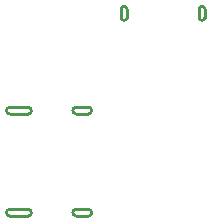
<source format=gbr>
G04 #@! TF.GenerationSoftware,KiCad,Pcbnew,(5.1.2)-1*
G04 #@! TF.CreationDate,2019-06-03T23:01:36-07:00*
G04 #@! TF.ProjectId,USB-PD-Breakout,5553422d-5044-42d4-9272-65616b6f7574,rev?*
G04 #@! TF.SameCoordinates,PX60e4b00PY60e4b00*
G04 #@! TF.FileFunction,Other,ECO1*
%FSLAX46Y46*%
G04 Gerber Fmt 4.6, Leading zero omitted, Abs format (unit mm)*
G04 Created by KiCad (PCBNEW (5.1.2)-1) date 2019-06-03 23:01:36*
%MOMM*%
%LPD*%
G04 APERTURE LIST*
%ADD10C,0.254000*%
G04 APERTURE END LIST*
D10*
X7630000Y18620000D02*
X6630000Y18620000D01*
X6630000Y18020000D02*
X7630000Y18020000D01*
X7630000Y18020000D02*
G75*
G03X7630000Y18620000I0J300000D01*
G01*
X6630000Y18620000D02*
G75*
G03X6630000Y18020000I0J-300000D01*
G01*
X7630000Y9380000D02*
X6630000Y9380000D01*
X6630000Y9980000D02*
X7630000Y9980000D01*
X7630000Y9380000D02*
G75*
G03X7630000Y9980000I0J300000D01*
G01*
X6630000Y9980000D02*
G75*
G03X6630000Y9380000I0J-300000D01*
G01*
X2520000Y18620000D02*
X1020000Y18620000D01*
X1020000Y18020000D02*
X2520000Y18020000D01*
X2520000Y18020000D02*
G75*
G03X2520000Y18620000I0J300000D01*
G01*
X1020000Y18620000D02*
G75*
G03X1020000Y18020000I0J-300000D01*
G01*
X2520000Y9380000D02*
X1020000Y9380000D01*
X1020000Y9980000D02*
X2520000Y9980000D01*
X2520000Y9380000D02*
G75*
G03X2520000Y9980000I0J300000D01*
G01*
X1020000Y9980000D02*
G75*
G03X1020000Y9380000I0J-300000D01*
G01*
X17020000Y26900000D02*
X17020000Y26200000D01*
X17520000Y26200000D02*
X17520000Y26900000D01*
X17020000Y26200000D02*
G75*
G03X17520000Y26200000I250000J0D01*
G01*
X17520000Y26900000D02*
G75*
G03X17020000Y26900000I-250000J0D01*
G01*
X10920000Y26900000D02*
X10920000Y26200000D01*
X10420000Y26200000D02*
X10420000Y26900000D01*
X10420000Y26200000D02*
G75*
G03X10920000Y26200000I250000J0D01*
G01*
X10920000Y26900000D02*
G75*
G03X10420000Y26900000I-250000J0D01*
G01*
M02*

</source>
